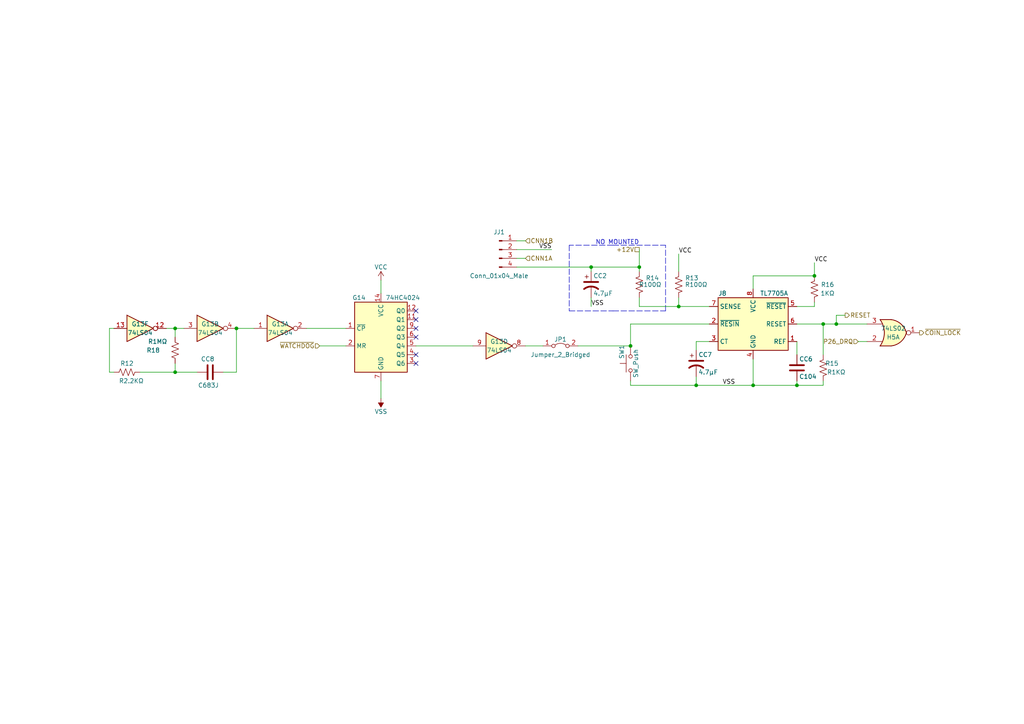
<source format=kicad_sch>
(kicad_sch (version 20211123) (generator eeschema)
  (paper "A4")
  (title_block (title "EXTERMINATION") (date "29/08/2022") (rev "José Tejada G.") (company "JOTEGO") (comment 1 "E.Triana"))
  (lib_symbols
    (symbol "74xx:74HC4024"
      (property "Reference" "U" (at -6.35 11.43 0))
      (property "Value" "74HC4024" (at 6.35 11.43 0))
      (symbol "74HC4024_0_1"
        (rectangle (start -7.62 10.16) (end 7.62 -10.16) (stroke (width 0.254)) (fill (type background)))
      )
      (symbol "74HC4024_1_0"
        (pin input line (at -10.16 2.54 0) (length 2.54) (name "~{CP}") (number "1"))
        (pin no_connect line (at -7.62 5.08 0) (length 2.54) hide (name "~") (number "10"))
        (pin output line (at 10.16 5.08 180) (length 2.54) (name "Q1") (number "11"))
        (pin output line (at 10.16 7.62 180) (length 2.54) (name "Q0") (number "12"))
        (pin no_connect line (at -7.62 -5.08 0) (length 2.54) hide (name "~") (number "13"))
        (pin power_in line (at 0 12.7 270) (length 2.54) (name "VCC") (number "14"))
        (pin input line (at -10.16 -2.54 0) (length 2.54) (name "MR") (number "2"))
        (pin output line (at 10.16 -7.62 180) (length 2.54) (name "Q6") (number "3"))
        (pin output line (at 10.16 -5.08 180) (length 2.54) (name "Q5") (number "4"))
        (pin output line (at 10.16 -2.54 180) (length 2.54) (name "Q4") (number "5"))
        (pin output line (at 10.16 0 180) (length 2.54) (name "Q3") (number "6"))
        (pin power_in line (at 0 -12.7 90) (length 2.54) (name "GND") (number "7"))
        (pin no_connect line (at -7.62 7.62 0) (length 2.54) hide (name "~") (number "8"))
        (pin output line (at 10.16 2.54 180) (length 2.54) (name "Q2") (number "9"))
      )
    )
    (symbol "Connector:Conn_01x04_Male" (pin_names (offset 1.016) hide)
      (property "Reference" "J" (at 0 5.08 0))
      (property "Value" "Conn_01x04_Male" (at 0 -7.62 0))
      (symbol "Conn_01x04_Male_1_1"
        (polyline (pts (xy 1.27 -5.08) (xy 0.8636 -5.08)) (stroke (width 0.1524)))
        (polyline (pts (xy 1.27 -2.54) (xy 0.8636 -2.54)) (stroke (width 0.1524)))
        (polyline (pts (xy 1.27 0) (xy 0.8636 0)) (stroke (width 0.1524)))
        (polyline (pts (xy 1.27 2.54) (xy 0.8636 2.54)) (stroke (width 0.1524)))
        (rectangle (start 0.8636 -4.953) (end 0 -5.207) (stroke (width 0.1524)) (fill (type outline)))
        (rectangle (start 0.8636 -2.413) (end 0 -2.667) (stroke (width 0.1524)) (fill (type outline)))
        (rectangle (start 0.8636 0.127) (end 0 -0.127) (stroke (width 0.1524)) (fill (type outline)))
        (rectangle (start 0.8636 2.667) (end 0 2.413) (stroke (width 0.1524)) (fill (type outline)))
        (pin passive line (at 5.08 2.54 180) (length 3.81) (name "Pin_1") (number "1"))
        (pin passive line (at 5.08 0 180) (length 3.81) (name "Pin_2") (number "2"))
        (pin passive line (at 5.08 -2.54 180) (length 3.81) (name "Pin_3") (number "3"))
        (pin passive line (at 5.08 -5.08 180) (length 3.81) (name "Pin_4") (number "4"))
      )
    )
    (symbol "Device:C" (pin_numbers hide) (pin_names (offset 0.254))
      (property "Reference" "C" (at 0.635 2.54 0))
      (property "Value" "C" (at 0.635 -2.54 0))
      (symbol "C_0_1"
        (polyline (pts (xy -2.032 -0.762) (xy 2.032 -0.762)) (stroke (width 0.508)))
        (polyline (pts (xy -2.032 0.762) (xy 2.032 0.762)) (stroke (width 0.508)))
      )
      (symbol "C_1_1"
        (pin passive line (at 0 3.81 270) (length 2.794) (name "~") (number "1"))
        (pin passive line (at 0 -3.81 90) (length 2.794) (name "~") (number "2"))
      )
    )
    (symbol "Device:C_Polarized_US" (pin_numbers hide) (pin_names (offset 0.254) hide)
      (property "Reference" "C" (at 0.635 2.54 0))
      (property "Value" "C_Polarized_US" (at 0.635 -2.54 0))
      (symbol "C_Polarized_US_0_1"
        (polyline (pts (xy -2.032 0.762) (xy 2.032 0.762)) (stroke (width 0.508)))
        (polyline (pts (xy -1.778 2.286) (xy -0.762 2.286)))
        (polyline (pts (xy -1.27 1.778) (xy -1.27 2.794)))
        (arc (start 2.032 -1.27) (mid 0 -0.5572) (end -2.032 -1.27) (stroke (width 0.508)))
      )
      (symbol "C_Polarized_US_1_1"
        (pin passive line (at 0 3.81 270) (length 2.794) (name "~") (number "1"))
        (pin passive line (at 0 -3.81 90) (length 3.302) (name "~") (number "2"))
      )
    )
    (symbol "Device:R_US" (pin_numbers hide) (pin_names (offset 0))
      (property "Reference" "R" (at 2.54 0 90))
      (property "Value" "R_US" (at -2.54 0 90))
      (symbol "R_US_0_1"
        (polyline (pts (xy 0 -2.286) (xy 0 -2.54)))
        (polyline (pts (xy 0 2.286) (xy 0 2.54)))
        (polyline (pts (xy 0 -0.762) (xy 1.016 -1.143) (xy 0 -1.524) (xy -1.016 -1.905) (xy 0 -2.286)))
        (polyline (pts (xy 0 0.762) (xy 1.016 0.381) (xy 0 0) (xy -1.016 -0.381) (xy 0 -0.762)))
        (polyline (pts (xy 0 2.286) (xy 1.016 1.905) (xy 0 1.524) (xy -1.016 1.143) (xy 0 0.762)))
      )
      (symbol "R_US_1_1"
        (pin passive line (at 0 3.81 270) (length 1.27) (name "~") (number "1"))
        (pin passive line (at 0 -3.81 90) (length 1.27) (name "~") (number "2"))
      )
    )
    (symbol "Jumper_2_Bridged_1" (pin_names (offset 0) hide)
      (property "Reference" "JP" (at 0 1.905 0))
      (property "Value" "Jumper_2_Bridged_1" (at 0 -2.54 0))
      (symbol "Jumper_2_Bridged_1_0_0"
        (circle (center -2.032 0) (radius 0.508))
        (circle (center 2.032 0) (radius 0.508))
      )
      (symbol "Jumper_2_Bridged_1_0_1"
        (arc (start 1.524 0.254) (mid 0 0.762) (end -1.524 0.254))
      )
      (symbol "Jumper_2_Bridged_1_1_1"
        (pin passive line (at -5.08 0 0) (length 2.54) (name "A") (number "1"))
        (pin passive line (at 5.08 0 180) (length 2.54) (name "B") (number "2"))
      )
    )
    (symbol "Power_Supervisor:TL7705A"
      (property "Reference" "U" (at -8.89 8.89 0))
      (property "Value" "TL7705A" (at 10.16 8.89 0))
      (symbol "TL7705A_0_1"
        (rectangle (start -10.16 7.62) (end 10.16 -7.62) (stroke (width 0.254)) (fill (type background)))
      )
      (symbol "TL7705A_1_1"
        (pin output line (at 12.7 -5.08 180) (length 2.54) (name "REF") (number "1"))
        (pin input line (at -12.7 0 0) (length 2.54) (name "~{RESIN}") (number "2"))
        (pin passive line (at -12.7 -5.08 0) (length 2.54) (name "CT") (number "3"))
        (pin power_in line (at 0 -10.16 90) (length 2.54) (name "GND") (number "4"))
        (pin open_collector line (at 12.7 5.08 180) (length 2.54) (name "~{RESET}") (number "5"))
        (pin open_collector line (at 12.7 0 180) (length 2.54) (name "RESET") (number "6"))
        (pin input line (at -12.7 5.08 0) (length 2.54) (name "SENSE") (number "7"))
        (pin power_in line (at 0 10.16 270) (length 2.54) (name "VCC") (number "8"))
      )
    )
    (symbol "Switch:SW_Push" (pin_numbers hide) (pin_names (offset 1.016) hide)
      (property "Reference" "SW" (at 1.27 2.54 0))
      (property "Value" "SW_Push" (at 0 -1.524 0))
      (symbol "SW_Push_0_1"
        (circle (center -2.032 0) (radius 0.508))
        (polyline (pts (xy 0 1.27) (xy 0 3.048)))
        (polyline (pts (xy 2.54 1.27) (xy -2.54 1.27)))
        (circle (center 2.032 0) (radius 0.508))
        (pin passive line (at -5.08 0 0) (length 2.54) (name "1") (number "1"))
        (pin passive line (at 5.08 0 180) (length 2.54) (name "2") (number "2"))
      )
    )
    (symbol "jt74:74LS02" (pin_names (offset 1.016))
      (property "Reference" "U" (at 0 1.27 0))
      (property "Value" "74LS02" (at 0 -1.27 0))
      (symbol "74LS02_1_1"
        (arc (start -3.81 -3.81) (mid -2.589 0) (end -3.81 3.81) (stroke (width 0.254)))
        (arc (start -0.6096 -3.81) (mid 2.1842 -2.5851) (end 3.81 0) (stroke (width 0.254)) (fill (type background)))
        (polyline (pts (xy -3.81 -3.81) (xy -0.635 -3.81)) (stroke (width 0.254)) (fill (type background)))
        (polyline (pts (xy -3.81 3.81) (xy -0.635 3.81)) (stroke (width 0.254)) (fill (type background)))
        (polyline (pts (xy -0.635 3.81) (xy -3.81 3.81) (xy -3.81 3.81) (xy -3.556 3.4036) (xy -3.0226 2.2606) (xy -2.6924 1.0414) (xy -2.6162 -0.254) (xy -2.7686 -1.4986) (xy -3.175 -2.7178) (xy -3.81 -3.81) (xy -3.81 -3.81) (xy -0.635 -3.81)) (stroke (width -25.4)) (fill (type background)))
        (arc (start 3.81 0) (mid 2.1915 2.5936) (end -0.6096 3.81) (stroke (width 0.254)) (fill (type background)))
        (pin output inverted (at 7.62 0 180) (length 3.81) (name "~") (number "1"))
        (pin input line (at -7.62 2.54 0) (length 4.318) (name "~") (number "2"))
        (pin input line (at -7.62 -2.54 0) (length 4.318) (name "~") (number "3"))
      )
      (symbol "74LS02_1_2"
        (arc (start 0 -3.81) (mid 3.81 0) (end 0 3.81) (stroke (width 0.254)) (fill (type background)))
        (polyline (pts (xy 0 3.81) (xy -3.81 3.81) (xy -3.81 -3.81) (xy 0 -3.81)) (stroke (width 0.254)) (fill (type background)))
        (pin output line (at 7.62 0 180) (length 3.81) (name "~") (number "1"))
        (pin input inverted (at -7.62 2.54 0) (length 3.81) (name "~") (number "2"))
        (pin input inverted (at -7.62 -2.54 0) (length 3.81) (name "~") (number "3"))
      )
      (symbol "74LS02_2_1"
        (arc (start -3.81 -3.81) (mid -2.589 0) (end -3.81 3.81) (stroke (width 0.254)))
        (arc (start -0.6096 -3.81) (mid 2.1842 -2.5851) (end 3.81 0) (stroke (width 0.254)) (fill (type background)))
        (polyline (pts (xy -3.81 -3.81) (xy -0.635 -3.81)) (stroke (width 0.254)) (fill (type background)))
        (polyline (pts (xy -3.81 3.81) (xy -0.635 3.81)) (stroke (width 0.254)) (fill (type background)))
        (polyline (pts (xy -0.635 3.81) (xy -3.81 3.81) (xy -3.81 3.81) (xy -3.556 3.4036) (xy -3.0226 2.2606) (xy -2.6924 1.0414) (xy -2.6162 -0.254) (xy -2.7686 -1.4986) (xy -3.175 -2.7178) (xy -3.81 -3.81) (xy -3.81 -3.81) (xy -0.635 -3.81)) (stroke (width -25.4)) (fill (type background)))
        (arc (start 3.81 0) (mid 2.1915 2.5936) (end -0.6096 3.81) (stroke (width 0.254)) (fill (type background)))
        (pin output inverted (at 7.62 0 180) (length 3.81) (name "~") (number "4"))
        (pin input line (at -7.62 2.54 0) (length 4.318) (name "~") (number "5"))
        (pin input line (at -7.62 -2.54 0) (length 4.318) (name "~") (number "6"))
      )
      (symbol "74LS02_2_2"
        (arc (start 0 -3.81) (mid 3.81 0) (end 0 3.81) (stroke (width 0.254)) (fill (type background)))
        (polyline (pts (xy 0 3.81) (xy -3.81 3.81) (xy -3.81 -3.81) (xy 0 -3.81)) (stroke (width 0.254)) (fill (type background)))
        (pin output line (at 7.62 0 180) (length 3.81) (name "~") (number "4"))
        (pin input inverted (at -7.62 2.54 0) (length 3.81) (name "~") (number "5"))
        (pin input inverted (at -7.62 -2.54 0) (length 3.81) (name "~") (number "6"))
      )
      (symbol "74LS02_3_1"
        (arc (start -3.81 -3.81) (mid -2.589 0) (end -3.81 3.81) (stroke (width 0.254)))
        (arc (start -0.6096 -3.81) (mid 2.1842 -2.5851) (end 3.81 0) (stroke (width 0.254)) (fill (type background)))
        (polyline (pts (xy -3.81 -3.81) (xy -0.635 -3.81)) (stroke (width 0.254)) (fill (type background)))
        (polyline (pts (xy -3.81 3.81) (xy -0.635 3.81)) (stroke (width 0.254)) (fill (type background)))
        (polyline (pts (xy -0.635 3.81) (xy -3.81 3.81) (xy -3.81 3.81) (xy -3.556 3.4036) (xy -3.0226 2.2606) (xy -2.6924 1.0414) (xy -2.6162 -0.254) (xy -2.7686 -1.4986) (xy -3.175 -2.7178) (xy -3.81 -3.81) (xy -3.81 -3.81) (xy -0.635 -3.81)) (stroke (width -25.4)) (fill (type background)))
        (arc (start 3.81 0) (mid 2.1915 2.5936) (end -0.6096 3.81) (stroke (width 0.254)) (fill (type background)))
        (pin output inverted (at 7.62 0 180) (length 3.81) (name "~") (number "10"))
        (pin input line (at -7.62 2.54 0) (length 4.318) (name "~") (number "8"))
        (pin input line (at -7.62 -2.54 0) (length 4.318) (name "~") (number "9"))
      )
      (symbol "74LS02_3_2"
        (arc (start 0 -3.81) (mid 3.81 0) (end 0 3.81) (stroke (width 0.254)) (fill (type background)))
        (polyline (pts (xy 0 3.81) (xy -3.81 3.81) (xy -3.81 -3.81) (xy 0 -3.81)) (stroke (width 0.254)) (fill (type background)))
        (pin output line (at 7.62 0 180) (length 3.81) (name "~") (number "10"))
        (pin input inverted (at -7.62 2.54 0) (length 3.81) (name "~") (number "8"))
        (pin input inverted (at -7.62 -2.54 0) (length 3.81) (name "~") (number "9"))
      )
      (symbol "74LS02_4_1"
        (arc (start -3.81 -3.81) (mid -2.589 0) (end -3.81 3.81) (stroke (width 0.254)))
        (arc (start -0.6096 -3.81) (mid 2.1842 -2.5851) (end 3.81 0) (stroke (width 0.254)) (fill (type background)))
        (polyline (pts (xy -3.81 -3.81) (xy -0.635 -3.81)) (stroke (width 0.254)) (fill (type background)))
        (polyline (pts (xy -3.81 3.81) (xy -0.635 3.81)) (stroke (width 0.254)) (fill (type background)))
        (polyline (pts (xy -0.635 3.81) (xy -3.81 3.81) (xy -3.81 3.81) (xy -3.556 3.4036) (xy -3.0226 2.2606) (xy -2.6924 1.0414) (xy -2.6162 -0.254) (xy -2.7686 -1.4986) (xy -3.175 -2.7178) (xy -3.81 -3.81) (xy -3.81 -3.81) (xy -0.635 -3.81)) (stroke (width -25.4)) (fill (type background)))
        (arc (start 3.81 0) (mid 2.1915 2.5936) (end -0.6096 3.81) (stroke (width 0.254)) (fill (type background)))
        (pin input line (at -7.62 2.54 0) (length 4.318) (name "~") (number "11"))
        (pin input line (at -7.62 -2.54 0) (length 4.318) (name "~") (number "12"))
        (pin output inverted (at 7.62 0 180) (length 3.81) (name "~") (number "13"))
      )
      (symbol "74LS02_4_2"
        (arc (start 0 -3.81) (mid 3.81 0) (end 0 3.81) (stroke (width 0.254)) (fill (type background)))
        (polyline (pts (xy 0 3.81) (xy -3.81 3.81) (xy -3.81 -3.81) (xy 0 -3.81)) (stroke (width 0.254)) (fill (type background)))
        (pin input inverted (at -7.62 2.54 0) (length 3.81) (name "~") (number "11"))
        (pin input inverted (at -7.62 -2.54 0) (length 3.81) (name "~") (number "12"))
        (pin output line (at 7.62 0 180) (length 3.81) (name "~") (number "13"))
      )
      (symbol "74LS02_5_0"
        (pin power_in line (at 0 7.62 270) (length 5.08) hide (name "VCC") (number "14"))
        (pin power_in line (at 0 -7.62 90) (length 5.08) hide (name "VSS") (number "7"))
      )
      (symbol "74LS02_5_1"
        (rectangle (start -5.08 7.62) (end 5.08 -7.62) (stroke (width 0.254)) (fill (type background)))
      )
    )
    (symbol "jt74:74LS04" (pin_names (offset 1.016))
      (property "Reference" "U" (at 0 1.27 0))
      (property "Value" "74LS04" (at 0 -1.27 0))
      (symbol "74LS04_1_0"
        (polyline (pts (xy -3.81 3.81) (xy -3.81 -3.81) (xy 3.81 0) (xy -3.81 3.81)) (stroke (width 0.254)) (fill (type background)))
        (pin input line (at -7.62 0 0) (length 3.81) (name "~") (number "1"))
        (pin output inverted (at 7.62 0 180) (length 3.81) (name "~") (number "2"))
      )
      (symbol "74LS04_2_0"
        (polyline (pts (xy -3.81 3.81) (xy -3.81 -3.81) (xy 3.81 0) (xy -3.81 3.81)) (stroke (width 0.254)) (fill (type background)))
        (pin input line (at -7.62 0 0) (length 3.81) (name "~") (number "3"))
        (pin output inverted (at 7.62 0 180) (length 3.81) (name "~") (number "4"))
      )
      (symbol "74LS04_3_0"
        (polyline (pts (xy -3.81 3.81) (xy -3.81 -3.81) (xy 3.81 0) (xy -3.81 3.81)) (stroke (width 0.254)) (fill (type background)))
        (pin input line (at -7.62 0 0) (length 3.81) (name "~") (number "5"))
        (pin output inverted (at 7.62 0 180) (length 3.81) (name "~") (number "6"))
      )
      (symbol "74LS04_4_0"
        (polyline (pts (xy -3.81 3.81) (xy -3.81 -3.81) (xy 3.81 0) (xy -3.81 3.81)) (stroke (width 0.254)) (fill (type background)))
        (pin output inverted (at 7.62 0 180) (length 3.81) (name "~") (number "8"))
        (pin input line (at -7.62 0 0) (length 3.81) (name "~") (number "9"))
      )
      (symbol "74LS04_5_0"
        (polyline (pts (xy -3.81 3.81) (xy -3.81 -3.81) (xy 3.81 0) (xy -3.81 3.81)) (stroke (width 0.254)) (fill (type background)))
        (pin output inverted (at 7.62 0 180) (length 3.81) (name "~") (number "10"))
        (pin input line (at -7.62 0 0) (length 3.81) (name "~") (number "11"))
      )
      (symbol "74LS04_6_0"
        (polyline (pts (xy -3.81 3.81) (xy -3.81 -3.81) (xy 3.81 0) (xy -3.81 3.81)) (stroke (width 0.254)) (fill (type background)))
        (pin output inverted (at 7.62 0 180) (length 3.81) (name "~") (number "12"))
        (pin input line (at -7.62 0 0) (length 3.81) (name "~") (number "13"))
      )
      (symbol "74LS04_7_0"
        (pin power_in line (at 0 7.62 270) (length 5.08) hide (name "VCC") (number "14"))
        (pin power_in line (at 0 -7.62 90) (length 5.08) hide (name "VSS") (number "7"))
      )
      (symbol "74LS04_7_1"
        (rectangle (start -5.08 7.62) (end 5.08 -7.62) (stroke (width 0.254)) (fill (type background)))
      )
    )
    (symbol "power:VCC" (power) (pin_names (offset 0))
      (property "Value" "VCC" (at 0 3.81 0))
      (symbol "VCC_0_1"
        (polyline (pts (xy -0.762 1.27) (xy 0 2.54)))
        (polyline (pts (xy 0 0) (xy 0 2.54)))
        (polyline (pts (xy 0 2.54) (xy 0.762 1.27)))
      )
      (symbol "VCC_1_1"
        (pin power_in line (at 0 0 90) (length 0) hide (name "VCC") (number "1"))
      )
    )
    (symbol "power:VSS" (power) (pin_names (offset 0))
      (property "Value" "VSS" (at 0 3.81 0))
      (symbol "VSS_0_1"
        (polyline (pts (xy 0 0) (xy 0 2.54)))
        (polyline (pts (xy 0.762 1.27) (xy -0.762 1.27) (xy 0 2.54) (xy 0.762 1.27)) (fill (type outline)))
      )
      (symbol "VSS_1_1"
        (pin power_in line (at 0 0 90) (length 0) hide (name "VSS") (number "1"))
      )
    )
  )
  (junction (at 236.22 80.01))
  (junction (at 68.58 95.25))
  (junction (at 50.8 107.95))
  (junction (at 231.14 111.76))
  (junction (at 185.42 77.47))
  (junction (at 182.88 100.33))
  (junction (at 242.57 93.98))
  (junction (at 50.8 95.25))
  (junction (at 171.45 77.47))
  (junction (at 218.44 111.76))
  (junction (at 201.93 111.76))
  (junction (at 196.85 88.9))
  (junction (at 238.76 93.98))
  (no_connect (at 120.65 92.71))
  (no_connect (at 120.65 95.25))
  (no_connect (at 120.65 97.79))
  (no_connect (at 120.65 102.87))
  (no_connect (at 120.65 90.17))
  (no_connect (at 120.65 105.41))
  (wire (pts (xy 33.02 95.25) (xy 31.75 95.25)))
  (wire (pts (xy 201.93 109.22) (xy 201.93 111.76)))
  (wire (pts (xy 50.8 95.25) (xy 50.8 97.79)))
  (wire (pts (xy 196.85 73.66) (xy 196.85 78.74)))
  (wire (pts (xy 182.88 93.98) (xy 182.88 100.33)))
  (wire (pts (xy 238.76 93.98) (xy 242.57 93.98)))
  (wire (pts (xy 48.26 95.25) (xy 50.8 95.25)))
  (wire (pts (xy 238.76 111.76) (xy 231.14 111.76)))
  (polyline (pts (xy 177.8 90.17) (xy 193.04 90.17)))
  (wire (pts (xy 40.64 107.95) (xy 50.8 107.95)))
  (wire (pts (xy 88.9 95.25) (xy 100.33 95.25)))
  (wire (pts (xy 152.4 100.33) (xy 157.48 100.33)))
  (wire (pts (xy 231.14 110.49) (xy 231.14 111.76)))
  (wire (pts (xy 205.74 99.06) (xy 201.93 99.06)))
  (wire (pts (xy 245.11 91.44) (xy 242.57 91.44)))
  (wire (pts (xy 238.76 110.49) (xy 238.76 111.76)))
  (wire (pts (xy 120.65 100.33) (xy 137.16 100.33)))
  (wire (pts (xy 31.75 107.95) (xy 33.02 107.95)))
  (wire (pts (xy 201.93 111.76) (xy 182.88 111.76)))
  (wire (pts (xy 205.74 88.9) (xy 196.85 88.9)))
  (polyline (pts (xy 177.8 71.12) (xy 165.1 71.12)))
  (wire (pts (xy 185.42 72.39) (xy 185.42 77.47)))
  (polyline (pts (xy 177.8 71.12) (xy 193.04 71.12)))
  (wire (pts (xy 50.8 95.25) (xy 53.34 95.25)))
  (wire (pts (xy 218.44 104.14) (xy 218.44 111.76)))
  (wire (pts (xy 68.58 107.95) (xy 64.77 107.95)))
  (wire (pts (xy 68.58 95.25) (xy 73.66 95.25)))
  (wire (pts (xy 92.71 100.33) (xy 100.33 100.33)))
  (wire (pts (xy 231.14 93.98) (xy 238.76 93.98)))
  (wire (pts (xy 171.45 78.74) (xy 171.45 77.47)))
  (wire (pts (xy 50.8 107.95) (xy 57.15 107.95)))
  (wire (pts (xy 242.57 91.44) (xy 242.57 93.98)))
  (wire (pts (xy 236.22 76.2) (xy 236.22 80.01)))
  (wire (pts (xy 201.93 99.06) (xy 201.93 101.6)))
  (wire (pts (xy 149.86 74.93) (xy 152.4 74.93)))
  (wire (pts (xy 68.58 95.25) (xy 68.58 107.95)))
  (wire (pts (xy 185.42 86.36) (xy 185.42 88.9)))
  (wire (pts (xy 242.57 93.98) (xy 251.46 93.98)))
  (polyline (pts (xy 165.1 71.12) (xy 165.1 90.17)))
  (wire (pts (xy 196.85 86.36) (xy 196.85 88.9)))
  (wire (pts (xy 171.45 86.36) (xy 171.45 88.9)))
  (wire (pts (xy 231.14 111.76) (xy 218.44 111.76)))
  (wire (pts (xy 182.88 111.76) (xy 182.88 110.49)))
  (polyline (pts (xy 165.1 90.17) (xy 177.8 90.17)))
  (wire (pts (xy 167.64 100.33) (xy 182.88 100.33)))
  (wire (pts (xy 185.42 77.47) (xy 185.42 78.74)))
  (wire (pts (xy 236.22 87.63) (xy 236.22 88.9)))
  (wire (pts (xy 218.44 80.01) (xy 218.44 83.82)))
  (wire (pts (xy 149.86 69.85) (xy 152.4 69.85)))
  (wire (pts (xy 185.42 88.9) (xy 196.85 88.9)))
  (wire (pts (xy 110.49 81.28) (xy 110.49 85.09)))
  (wire (pts (xy 50.8 105.41) (xy 50.8 107.95)))
  (wire (pts (xy 231.14 88.9) (xy 236.22 88.9)))
  (wire (pts (xy 149.86 77.47) (xy 171.45 77.47)))
  (wire (pts (xy 171.45 77.47) (xy 185.42 77.47)))
  (wire (pts (xy 218.44 80.01) (xy 236.22 80.01)))
  (wire (pts (xy 248.92 99.06) (xy 251.46 99.06)))
  (polyline (pts (xy 193.04 90.17) (xy 193.04 71.12)))
  (wire (pts (xy 110.49 110.49) (xy 110.49 115.57)))
  (wire (pts (xy 182.88 93.98) (xy 205.74 93.98)))
  (wire (pts (xy 149.86 72.39) (xy 160.02 72.39)))
  (wire (pts (xy 231.14 99.06) (xy 231.14 102.87)))
  (wire (pts (xy 238.76 93.98) (xy 238.76 102.87)))
  (wire (pts (xy 201.93 111.76) (xy 218.44 111.76)))
  (wire (pts (xy 31.75 95.25) (xy 31.75 107.95)))
  (text "NO MOUNTED\n" (at 172.72 71.12 0) (effects (font (size 1.27 1.27)) (justify left bottom)))
  (label "VSS" (at 209.55 111.76 0))
  (label "VCC" (at 196.85 73.66 0))
  (label "VSS" (at 171.45 88.9 0))
  (label "VSS" (at 160.02 72.39 180))
  (label "VCC" (at 236.22 76.2 0))
  (hierarchical_label "~{WATCHDOG}" (shape input) (at 92.71 100.33 180))
  (hierarchical_label "P26_DRQ" (shape input) (at 248.92 99.06 180))
  (hierarchical_label "CNN1A" (shape input) (at 152.4 74.93 0))
  (hierarchical_label "RESET" (shape output) (at 245.11 91.44 0))
  (hierarchical_label "~{COIN_LOCK}" (shape output) (at 266.7 96.52 0))
  (hierarchical_label "CNN1B" (shape input) (at 152.4 69.85 0))
  (hierarchical_label "+12V" (shape passive) (at 185.42 72.39 180))
  (symbol (lib_id "Device:R_US") (at 236.22 83.82 0) (mirror x) (unit 1)
    (property "Reference" "R16" (at 240.03 82.55 0))
    (property "Value" "1KΩ" (at 240.03 85.09 0))
  )
  (symbol (lib_id "Device:R_US") (at 36.83 107.95 90) (unit 1)
    (property "Reference" "R12" (at 36.83 105.41 90))
    (property "Value" "R2.2KΩ" (at 38.1 110.49 90))
  )
  (symbol (lib_id "Device:C") (at 231.14 106.68 0) (unit 1)
    (property "Reference" "CC6" (at 231.775 104.14 0) (effects (justify left)))
    (property "Value" "C104" (at 231.775 109.22 0) (effects (justify left)))
  )
  (symbol (lib_id "jt74:74LS04") (at 40.64 95.25 0) (unit 6)
    (property "Reference" "G13" (at 40.64 93.98 0))
    (property "Value" "74LS04" (at 40.64 96.52 0))
    (property "Datasheet" "http://www.ti.com/lit/gpn/sn74LS04" (effects hide))
  )
  (symbol (lib_id "74xx:74HC4024") (at 110.49 97.79 0) (unit 1)
    (property "Reference" "G14" (at 104.14 86.36 0))
    (property "Value" "74HC4024" (at 116.84 86.36 0))
    (property "Footprint" "Package_SO:SOIC-14_3.9x8.7mm_P1.27mm" (effects hide))
    (property "Datasheet" "https://assets.nexperia.com/documents/data-sheet/74HC4024.pdf" (effects hide))
  )
  (symbol (lib_id "power:VSS") (at 110.49 115.57 180) (unit 1)
    (property "Reference" "#PWR0111" (effects hide))
    (property "Value" "VSS" (at 110.49 119.38 0))
  )
  (symbol (lib_id "Device:R_US") (at 238.76 106.68 0) (mirror x) (unit 1)
    (property "Reference" "R15" (at 241.3 105.41 0))
    (property "Value" "R1KΩ" (at 242.57 107.95 0))
  )
  (symbol (lib_id "Device:R_US") (at 185.42 82.55 0) (mirror x) (unit 1)
    (property "Reference" "R14" (at 189.23 80.645 0))
    (property "Value" "R100Ω" (at 188.595 82.55 0))
  )
  (symbol (lib_id "jt74:74LS02") (at 259.08 96.52 0) (mirror x) (unit 1)
    (property "Reference" "H5" (at 259.08 97.79 0))
    (property "Value" "74LS02" (at 259.08 95.25 0))
    (property "Datasheet" "http://www.ti.com/lit/gpn/sn74ls02" (effects hide))
  )
  (symbol (lib_id "jt74:74LS04") (at 144.78 100.33 0) (unit 4)
    (property "Reference" "G13" (at 144.78 99.06 0))
    (property "Value" "74LS04" (at 144.78 101.6 0))
    (property "Datasheet" "http://www.ti.com/lit/gpn/sn74LS04" (effects hide))
  )
  (symbol (lib_id "Device:C_Polarized_US") (at 201.93 105.41 0) (unit 1)
    (property "Reference" "CC7" (at 202.565 102.87 0) (effects (justify left)))
    (property "Value" "4.7μF" (at 202.565 107.95 0) (effects (justify left)))
  )
  (symbol (lib_id "Device:C") (at 60.96 107.95 90) (unit 1)
    (property "Reference" "CC8" (at 62.23 104.14 90) (effects (justify left)))
    (property "Value" "C683J" (at 63.5 111.76 90) (effects (justify left)))
  )
  (symbol (lib_id "power:VCC") (at 110.49 81.28 0) (unit 1)
    (property "Reference" "#PWR0108" (effects hide))
    (property "Value" "VCC" (at 110.49 77.47 0))
  )
  (symbol (lib_id "Device:C_Polarized_US") (at 171.45 82.55 0) (unit 1)
    (property "Reference" "CC2" (at 172.085 80.01 0) (effects (justify left)))
    (property "Value" "4.7μF" (at 172.085 85.09 0) (effects (justify left)))
  )
  (symbol (lib_id "Connector:Conn_01x04_Male") (at 144.78 72.39 0) (unit 1)
    (property "Reference" "JJ1" (at 144.78 67.31 0))
    (property "Value" "Conn_01x04_Male" (at 144.78 80.01 0))
  )
  (symbol (lib_id "Power_Supervisor:TL7705A") (at 218.44 93.98 0) (unit 1)
    (property "Reference" "J8" (at 209.55 85.09 0))
    (property "Value" "TL7705A" (at 228.6 85.09 0) (effects (justify right)))
    (property "Datasheet" "http://www.ti.com.cn/cn/lit/ds/symlink/tl7705a.pdf" (effects hide))
  )
  (symbol (lib_id "Switch:SW_Push") (at 182.88 105.41 90) (unit 1)
    (property "Reference" "SW1" (at 180.34 104.14 0) (effects (justify left)))
    (property "Value" "SW_Push" (at 184.404 105.41 0))
  )
  (symbol (lib_id "jt74:74LS04") (at 60.96 95.25 0) (unit 2)
    (property "Reference" "G13" (at 60.96 93.98 0))
    (property "Value" "74LS04" (at 60.96 96.52 0))
    (property "Datasheet" "http://www.ti.com/lit/gpn/sn74LS04" (effects hide))
  )
  (symbol (lib_id "Device:R_US") (at 50.8 101.6 180) (unit 1)
    (property "Reference" "R18" (at 44.45 101.6 0))
    (property "Value" "R1MΩ" (at 45.72 99.06 0))
  )
  (symbol (lib_id "jt74:74LS04") (at 81.28 95.25 0) (unit 1)
    (property "Reference" "G13" (at 81.28 93.98 0))
    (property "Value" "74LS04" (at 81.28 96.52 0))
    (property "Datasheet" "http://www.ti.com/lit/gpn/sn74LS04" (effects hide))
  )
  (symbol (lib_name "Jumper_2_Bridged_1") (lib_id "Jumper:Jumper_2_Bridged") (at 162.56 100.33 0) (unit 1)
    (property "Reference" "JP1" (at 162.56 98.425 0))
    (property "Value" "Jumper_2_Bridged" (at 162.56 102.87 0))
  )
  (symbol (lib_id "Device:R_US") (at 196.85 82.55 0) (mirror x) (unit 1)
    (property "Reference" "R13" (at 200.66 80.645 0))
    (property "Value" "R100Ω" (at 201.93 82.55 0))
  )
)
</source>
